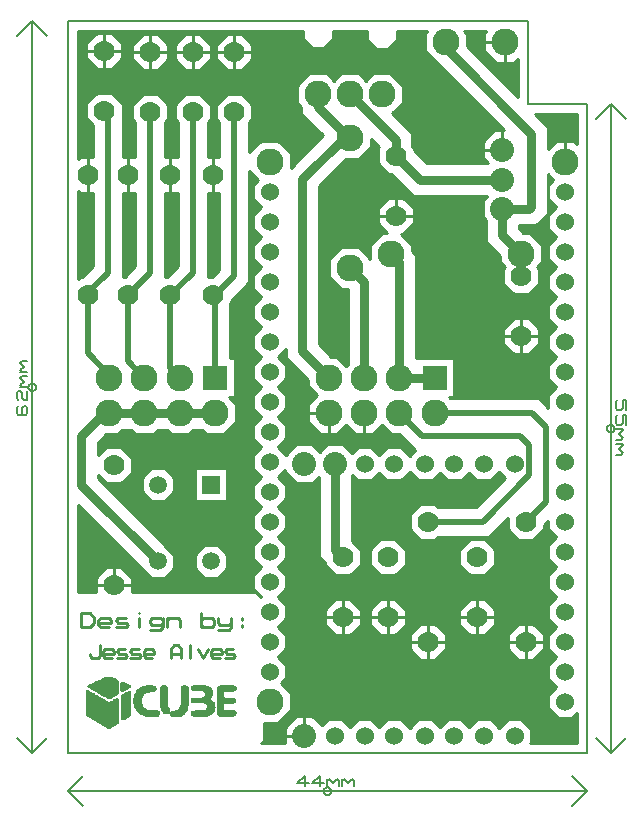
<source format=gbr>
G04 PROTEUS GERBER X2 FILE*
%TF.GenerationSoftware,Labcenter,Proteus,8.12-SP0-Build30713*%
%TF.CreationDate,2023-07-17T11:58:22+00:00*%
%TF.FileFunction,Copper,L1,Top*%
%TF.FilePolarity,Positive*%
%TF.Part,Single*%
%TF.SameCoordinates,{929d0d33-b1dc-492e-9cfe-804fc5f4831e}*%
%FSLAX45Y45*%
%MOMM*%
G01*
%TA.AperFunction,Conductor*%
%ADD10C,0.508000*%
%ADD11C,0.762000*%
%ADD12C,0.254000*%
%TA.AperFunction,ComponentPad*%
%ADD13C,2.286000*%
%ADD14C,1.524000*%
%TA.AperFunction,ComponentPad*%
%ADD15R,2.032000X2.032000*%
%TA.AperFunction,ComponentPad*%
%ADD16C,2.032000*%
%TA.AperFunction,ComponentPad*%
%ADD17C,1.778000*%
%TA.AperFunction,ComponentPad*%
%ADD18R,1.500000X1.500000*%
%ADD19C,1.500000*%
%TA.AperFunction,NonConductor*%
%ADD70C,0.254000*%
%ADD71C,0.063500*%
%TA.AperFunction,Profile*%
%ADD20C,0.203200*%
%TA.AperFunction,NonMaterial*%
%ADD21C,0.203200*%
%TD.AperFunction*%
G36*
X+3022201Y+6093647D02*
X+3022201Y+5946353D01*
X+3126353Y+5842201D01*
X+3131849Y+5842201D01*
X+3698951Y+5275099D01*
X+3611614Y+5275099D01*
X+3514901Y+5178386D01*
X+3514901Y+5041614D01*
X+3559816Y+4996699D01*
X+3040865Y+4996699D01*
X+2932399Y+5105165D01*
X+2932399Y+5123126D01*
X+2919699Y+5135826D01*
X+2919699Y+5247865D01*
X+2749505Y+5418059D01*
X+2837799Y+5506353D01*
X+2837799Y+5653647D01*
X+2733647Y+5757799D01*
X+2586353Y+5757799D01*
X+2525000Y+5696446D01*
X+2463647Y+5757799D01*
X+2316353Y+5757799D01*
X+2255000Y+5696446D01*
X+2193647Y+5757799D01*
X+2046353Y+5757799D01*
X+1942201Y+5653647D01*
X+1942201Y+5506353D01*
X+1980301Y+5468253D01*
X+1980301Y+5412135D01*
X+2161224Y+5231212D01*
X+1887799Y+4957787D01*
X+1887799Y+5083647D01*
X+1783647Y+5187799D01*
X+1636353Y+5187799D01*
X+1536999Y+5088445D01*
X+1536999Y+5341474D01*
X+1562399Y+5366874D01*
X+1562399Y+5493126D01*
X+1473126Y+5582399D01*
X+1346874Y+5582399D01*
X+1257601Y+5493126D01*
X+1257601Y+5366874D01*
X+1283001Y+5341474D01*
X+1283001Y+5048399D01*
X+1186999Y+5048399D01*
X+1186999Y+5341474D01*
X+1212399Y+5366874D01*
X+1212399Y+5493126D01*
X+1123126Y+5582399D01*
X+996874Y+5582399D01*
X+907601Y+5493126D01*
X+907601Y+5366874D01*
X+933001Y+5341474D01*
X+933001Y+5048399D01*
X+826999Y+5048399D01*
X+826999Y+5341474D01*
X+852399Y+5366874D01*
X+852399Y+5493126D01*
X+763126Y+5582399D01*
X+636874Y+5582399D01*
X+547601Y+5493126D01*
X+547601Y+5366874D01*
X+573001Y+5341474D01*
X+573001Y+5048399D01*
X+466999Y+5048399D01*
X+466999Y+5492603D01*
X+462399Y+5497203D01*
X+462399Y+5503126D01*
X+373126Y+5592399D01*
X+246874Y+5592399D01*
X+157601Y+5503126D01*
X+157601Y+5376874D01*
X+213001Y+5321474D01*
X+213001Y+5048399D01*
X+106874Y+5048399D01*
X+86359Y+5027884D01*
X+86359Y+6113640D01*
X+1993801Y+6113640D01*
X+1993801Y+6047727D01*
X+2067727Y+5973801D01*
X+2172273Y+5973801D01*
X+2246199Y+6047727D01*
X+2246199Y+6113640D01*
X+2533801Y+6113640D01*
X+2533801Y+6037727D01*
X+2607727Y+5963801D01*
X+2712273Y+5963801D01*
X+2786199Y+6037727D01*
X+2786199Y+6113640D01*
X+3042194Y+6113640D01*
X+3022201Y+6093647D01*
G37*
%LPC*%
G36*
X+462399Y+5884874D02*
X+462399Y+6011126D01*
X+373126Y+6100399D01*
X+246874Y+6100399D01*
X+157601Y+6011126D01*
X+157601Y+5884874D01*
X+246874Y+5795601D01*
X+373126Y+5795601D01*
X+462399Y+5884874D01*
G37*
G36*
X+852399Y+5874874D02*
X+852399Y+6001126D01*
X+763126Y+6090399D01*
X+636874Y+6090399D01*
X+547601Y+6001126D01*
X+547601Y+5874874D01*
X+636874Y+5785601D01*
X+763126Y+5785601D01*
X+852399Y+5874874D01*
G37*
G36*
X+1212399Y+5874874D02*
X+1212399Y+6001126D01*
X+1123126Y+6090399D01*
X+996874Y+6090399D01*
X+907601Y+6001126D01*
X+907601Y+5874874D01*
X+996874Y+5785601D01*
X+1123126Y+5785601D01*
X+1212399Y+5874874D01*
G37*
G36*
X+1562399Y+5874874D02*
X+1562399Y+6001126D01*
X+1473126Y+6090399D01*
X+1346874Y+6090399D01*
X+1257601Y+6001126D01*
X+1257601Y+5874874D01*
X+1346874Y+5785601D01*
X+1473126Y+5785601D01*
X+1562399Y+5874874D01*
G37*
%LPD*%
G36*
X+3522201Y+6093647D02*
X+3522201Y+5946353D01*
X+3626353Y+5842201D01*
X+3773647Y+5842201D01*
X+3813640Y+5882194D01*
X+3813640Y+5555538D01*
X+3377799Y+5991379D01*
X+3377799Y+6093647D01*
X+3357806Y+6113640D01*
X+3542194Y+6113640D01*
X+3522201Y+6093647D01*
G37*
G36*
X+4313640Y+5157806D02*
X+4283647Y+5187799D01*
X+4136353Y+5187799D01*
X+4066586Y+5118032D01*
X+4066586Y+5302592D01*
X+3955538Y+5413640D01*
X+4313640Y+5413640D01*
X+4313640Y+5157806D01*
G37*
G36*
X+106874Y+4743601D02*
X+213001Y+4743601D01*
X+213001Y+4122603D01*
X+122797Y+4032399D01*
X+106874Y+4032399D01*
X+86359Y+4011884D01*
X+86359Y+4764116D01*
X+106874Y+4743601D01*
G37*
G36*
X+1612495Y+4856059D02*
X+1570301Y+4813865D01*
X+1570301Y+4698135D01*
X+1639436Y+4629000D01*
X+1570301Y+4559865D01*
X+1570301Y+4444135D01*
X+1639436Y+4375000D01*
X+1570301Y+4305865D01*
X+1570301Y+4190135D01*
X+1639436Y+4121000D01*
X+1570301Y+4051865D01*
X+1570301Y+3936135D01*
X+1639436Y+3867000D01*
X+1570301Y+3797865D01*
X+1570301Y+3682135D01*
X+1639436Y+3613000D01*
X+1570301Y+3543865D01*
X+1570301Y+3428135D01*
X+1639436Y+3359000D01*
X+1570301Y+3289865D01*
X+1570301Y+3174135D01*
X+1639436Y+3105000D01*
X+1570301Y+3035865D01*
X+1570301Y+2920135D01*
X+1639436Y+2851000D01*
X+1570301Y+2781865D01*
X+1570301Y+2666135D01*
X+1639436Y+2597000D01*
X+1570301Y+2527865D01*
X+1570301Y+2412135D01*
X+1639436Y+2343000D01*
X+1570301Y+2273865D01*
X+1570301Y+2158135D01*
X+1639436Y+2089000D01*
X+1570301Y+2019865D01*
X+1570301Y+1904135D01*
X+1639436Y+1835000D01*
X+1570301Y+1765865D01*
X+1570301Y+1650135D01*
X+1639436Y+1581000D01*
X+1570301Y+1511865D01*
X+1570301Y+1396135D01*
X+1639436Y+1327000D01*
X+1638442Y+1326006D01*
X+1599471Y+1364813D01*
X+542399Y+1362592D01*
X+542399Y+1487126D01*
X+453126Y+1576399D01*
X+326874Y+1576399D01*
X+237601Y+1487126D01*
X+237601Y+1361952D01*
X+86359Y+1361634D01*
X+86359Y+2106077D01*
X+707135Y+1485301D01*
X+822865Y+1485301D01*
X+904699Y+1567135D01*
X+904699Y+1682865D01*
X+257154Y+2330410D01*
X+257154Y+2357321D01*
X+326874Y+2287601D01*
X+453126Y+2287601D01*
X+542399Y+2376874D01*
X+542399Y+2503126D01*
X+453126Y+2592399D01*
X+326874Y+2592399D01*
X+257154Y+2522679D01*
X+257154Y+2630521D01*
X+328834Y+2702201D01*
X+423647Y+2702201D01*
X+461747Y+2740301D01*
X+538253Y+2740301D01*
X+576353Y+2702201D01*
X+723647Y+2702201D01*
X+761747Y+2740301D01*
X+838253Y+2740301D01*
X+876353Y+2702201D01*
X+1023647Y+2702201D01*
X+1061747Y+2740301D01*
X+1138253Y+2740301D01*
X+1176353Y+2702201D01*
X+1323647Y+2702201D01*
X+1427799Y+2806353D01*
X+1427799Y+2953647D01*
X+1366545Y+3014901D01*
X+1415099Y+3014901D01*
X+1415099Y+3345099D01*
X+1376999Y+3345099D01*
X+1376999Y+3811474D01*
X+1382399Y+3816874D01*
X+1382399Y+3832797D01*
X+1536999Y+3987397D01*
X+1536999Y+4931555D01*
X+1612495Y+4856059D01*
G37*
%LPC*%
G36*
X+1076501Y+2413499D02*
X+1076501Y+2136501D01*
X+1353499Y+2136501D01*
X+1353499Y+2413499D01*
X+1076501Y+2413499D01*
G37*
G36*
X+1076501Y+1682368D02*
X+1076501Y+1567632D01*
X+1157632Y+1486501D01*
X+1272368Y+1486501D01*
X+1353499Y+1567632D01*
X+1353499Y+1682368D01*
X+1272368Y+1763499D01*
X+1157632Y+1763499D01*
X+1076501Y+1682368D01*
G37*
G36*
X+626501Y+2332368D02*
X+626501Y+2217632D01*
X+707632Y+2136501D01*
X+822368Y+2136501D01*
X+903499Y+2217632D01*
X+903499Y+2332368D01*
X+822368Y+2413499D01*
X+707632Y+2413499D01*
X+626501Y+2332368D01*
G37*
%LPD*%
G36*
X+1840301Y+2381614D02*
X+1937014Y+2284901D01*
X+2073786Y+2284901D01*
X+2125701Y+2336816D01*
X+2125701Y+1666735D01*
X+2177601Y+1614835D01*
X+2177601Y+1596874D01*
X+2266874Y+1507601D01*
X+2393126Y+1507601D01*
X+2482399Y+1596874D01*
X+2482399Y+1723126D01*
X+2405099Y+1800426D01*
X+2405099Y+2356214D01*
X+2408360Y+2359476D01*
X+2457535Y+2310301D01*
X+2573265Y+2310301D01*
X+2640400Y+2377436D01*
X+2707535Y+2310301D01*
X+2823265Y+2310301D01*
X+2895400Y+2382436D01*
X+2967535Y+2310301D01*
X+3083265Y+2310301D01*
X+3150400Y+2377436D01*
X+3217535Y+2310301D01*
X+3333265Y+2310301D01*
X+3400400Y+2377436D01*
X+3467535Y+2310301D01*
X+3583265Y+2310301D01*
X+3655400Y+2382436D01*
X+3706140Y+2331696D01*
X+3461443Y+2086999D01*
X+3138526Y+2086999D01*
X+3113126Y+2112399D01*
X+2986874Y+2112399D01*
X+2897601Y+2023126D01*
X+2897601Y+1896874D01*
X+2986874Y+1807601D01*
X+3113126Y+1807601D01*
X+3138526Y+1833001D01*
X+3566649Y+1833001D01*
X+3727601Y+1993953D01*
X+3727601Y+1896874D01*
X+3816874Y+1807601D01*
X+3943126Y+1807601D01*
X+4032399Y+1896874D01*
X+4032399Y+1932797D01*
X+4070301Y+1970699D01*
X+4070301Y+1904135D01*
X+4139436Y+1835000D01*
X+4070301Y+1765865D01*
X+4070301Y+1650135D01*
X+4139436Y+1581000D01*
X+4070301Y+1511865D01*
X+4070301Y+1396135D01*
X+4139436Y+1327000D01*
X+4070301Y+1257865D01*
X+4070301Y+1142135D01*
X+4139436Y+1073000D01*
X+4070301Y+1003865D01*
X+4070301Y+888135D01*
X+4139436Y+819000D01*
X+4070301Y+749865D01*
X+4070301Y+634135D01*
X+4139436Y+565000D01*
X+4070301Y+495865D01*
X+4070301Y+380135D01*
X+4152135Y+298301D01*
X+4267865Y+298301D01*
X+4313640Y+344076D01*
X+4313640Y+86360D01*
X+3919324Y+86360D01*
X+3925099Y+92135D01*
X+3925099Y+207865D01*
X+3843265Y+289699D01*
X+3727535Y+289699D01*
X+3655400Y+217564D01*
X+3583265Y+289699D01*
X+3467535Y+289699D01*
X+3400400Y+222564D01*
X+3333265Y+289699D01*
X+3217535Y+289699D01*
X+3150400Y+222564D01*
X+3083265Y+289699D01*
X+2967535Y+289699D01*
X+2895400Y+217564D01*
X+2823265Y+289699D01*
X+2707535Y+289699D01*
X+2640400Y+222564D01*
X+2573265Y+289699D01*
X+2457535Y+289699D01*
X+2390400Y+222564D01*
X+2323265Y+289699D01*
X+2207535Y+289699D01*
X+2153360Y+235524D01*
X+2073786Y+315099D01*
X+1937014Y+315099D01*
X+1840301Y+218386D01*
X+1840301Y+86360D01*
X+1640026Y+86360D01*
X+1661689Y+108069D01*
X+1661361Y+260201D01*
X+1783647Y+260201D01*
X+1887799Y+364353D01*
X+1887799Y+511647D01*
X+1807505Y+591941D01*
X+1849699Y+634135D01*
X+1849699Y+749865D01*
X+1780564Y+819000D01*
X+1849699Y+888135D01*
X+1849699Y+1003865D01*
X+1780564Y+1073000D01*
X+1849699Y+1142135D01*
X+1849699Y+1257865D01*
X+1780564Y+1327000D01*
X+1849699Y+1396135D01*
X+1849699Y+1511865D01*
X+1780564Y+1581000D01*
X+1849699Y+1650135D01*
X+1849699Y+1765865D01*
X+1780564Y+1835000D01*
X+1849699Y+1904135D01*
X+1849699Y+2019865D01*
X+1780564Y+2089000D01*
X+1849699Y+2158135D01*
X+1849699Y+2273865D01*
X+1780564Y+2343000D01*
X+1840301Y+2402737D01*
X+1840301Y+2381614D01*
G37*
%LPC*%
G36*
X+2177601Y+1215126D02*
X+2177601Y+1088874D01*
X+2266874Y+999601D01*
X+2393126Y+999601D01*
X+2482399Y+1088874D01*
X+2482399Y+1215126D01*
X+2393126Y+1304399D01*
X+2266874Y+1304399D01*
X+2177601Y+1215126D01*
G37*
G36*
X+3727601Y+1007126D02*
X+3727601Y+880874D01*
X+3816874Y+791601D01*
X+3943126Y+791601D01*
X+4032399Y+880874D01*
X+4032399Y+1007126D01*
X+3943126Y+1096399D01*
X+3816874Y+1096399D01*
X+3727601Y+1007126D01*
G37*
G36*
X+3317601Y+1723126D02*
X+3317601Y+1596874D01*
X+3406874Y+1507601D01*
X+3533126Y+1507601D01*
X+3622399Y+1596874D01*
X+3622399Y+1723126D01*
X+3533126Y+1812399D01*
X+3406874Y+1812399D01*
X+3317601Y+1723126D01*
G37*
G36*
X+3317601Y+1215126D02*
X+3317601Y+1088874D01*
X+3406874Y+999601D01*
X+3533126Y+999601D01*
X+3622399Y+1088874D01*
X+3622399Y+1215126D01*
X+3533126Y+1304399D01*
X+3406874Y+1304399D01*
X+3317601Y+1215126D01*
G37*
G36*
X+2897601Y+1007126D02*
X+2897601Y+880874D01*
X+2986874Y+791601D01*
X+3113126Y+791601D01*
X+3202399Y+880874D01*
X+3202399Y+1007126D01*
X+3113126Y+1096399D01*
X+2986874Y+1096399D01*
X+2897601Y+1007126D01*
G37*
G36*
X+2557601Y+1723126D02*
X+2557601Y+1596874D01*
X+2646874Y+1507601D01*
X+2773126Y+1507601D01*
X+2862399Y+1596874D01*
X+2862399Y+1723126D01*
X+2773126Y+1812399D01*
X+2646874Y+1812399D01*
X+2557601Y+1723126D01*
G37*
G36*
X+2557601Y+1215126D02*
X+2557601Y+1088874D01*
X+2646874Y+999601D01*
X+2773126Y+999601D01*
X+2862399Y+1088874D01*
X+2862399Y+1215126D01*
X+2773126Y+1304399D01*
X+2646874Y+1304399D01*
X+2557601Y+1215126D01*
G37*
%LPD*%
G36*
X+1283001Y+4092603D02*
X+1222797Y+4032399D01*
X+1186999Y+4032399D01*
X+1186999Y+4743601D01*
X+1283001Y+4743601D01*
X+1283001Y+4092603D01*
G37*
G36*
X+933001Y+4122603D02*
X+842797Y+4032399D01*
X+826999Y+4032399D01*
X+826999Y+4743601D01*
X+933001Y+4743601D01*
X+933001Y+4122603D01*
G37*
G36*
X+573001Y+4122603D02*
X+482797Y+4032399D01*
X+466999Y+4032399D01*
X+466999Y+4743601D01*
X+573001Y+4743601D01*
X+573001Y+4122603D01*
G37*
G36*
X+2638456Y+5133980D02*
X+2627601Y+5123126D01*
X+2627601Y+4996874D01*
X+2716874Y+4907601D01*
X+2734835Y+4907601D01*
X+2925135Y+4717301D01*
X+3553816Y+4717301D01*
X+3514901Y+4678386D01*
X+3514901Y+4541614D01*
X+3540301Y+4516214D01*
X+3540301Y+4332135D01*
X+3662201Y+4210235D01*
X+3662201Y+4156353D01*
X+3701514Y+4117040D01*
X+3687601Y+4103126D01*
X+3687601Y+3976874D01*
X+3776874Y+3887601D01*
X+3903126Y+3887601D01*
X+3992399Y+3976874D01*
X+3992399Y+4103126D01*
X+3978486Y+4117040D01*
X+4017799Y+4156353D01*
X+4017799Y+4303647D01*
X+3913647Y+4407799D01*
X+3859765Y+4407799D01*
X+3819699Y+4447865D01*
X+3819699Y+4470301D01*
X+3967866Y+4470301D01*
X+4066586Y+4569021D01*
X+4066586Y+4901968D01*
X+4112495Y+4856059D01*
X+4070301Y+4813865D01*
X+4070301Y+4698135D01*
X+4139436Y+4629000D01*
X+4070301Y+4559865D01*
X+4070301Y+4444135D01*
X+4139436Y+4375000D01*
X+4070301Y+4305865D01*
X+4070301Y+4190135D01*
X+4139436Y+4121000D01*
X+4070301Y+4051865D01*
X+4070301Y+3936135D01*
X+4139436Y+3867000D01*
X+4070301Y+3797865D01*
X+4070301Y+3682135D01*
X+4139436Y+3613000D01*
X+4070301Y+3543865D01*
X+4070301Y+3428135D01*
X+4139436Y+3359000D01*
X+4070301Y+3289865D01*
X+4070301Y+3174135D01*
X+4139436Y+3105000D01*
X+4070301Y+3035865D01*
X+4070301Y+2924552D01*
X+3987854Y+3006999D01*
X+3234447Y+3006999D01*
X+3226545Y+3014901D01*
X+3275099Y+3014901D01*
X+3275099Y+3345099D01*
X+2949699Y+3345099D01*
X+2949699Y+4217865D01*
X+2917799Y+4249765D01*
X+2917799Y+4303647D01*
X+2821845Y+4399601D01*
X+2843126Y+4399601D01*
X+2932399Y+4488874D01*
X+2932399Y+4615126D01*
X+2843126Y+4704399D01*
X+2716874Y+4704399D01*
X+2627601Y+4615126D01*
X+2627601Y+4488874D01*
X+2708676Y+4407799D01*
X+2666353Y+4407799D01*
X+2562201Y+4303647D01*
X+2562201Y+4189245D01*
X+2463647Y+4287799D01*
X+2316353Y+4287799D01*
X+2212201Y+4183647D01*
X+2212201Y+4036353D01*
X+2316353Y+3932201D01*
X+2370235Y+3932201D01*
X+2370301Y+3932135D01*
X+2370301Y+3291747D01*
X+2360000Y+3281446D01*
X+2283647Y+3357799D01*
X+2229765Y+3357799D01*
X+2125827Y+3461737D01*
X+2125827Y+4800687D01*
X+2357341Y+5032201D01*
X+2463647Y+5032201D01*
X+2567799Y+5136353D01*
X+2567799Y+5204637D01*
X+2638456Y+5133980D01*
G37*
%LPC*%
G36*
X+3687601Y+3595126D02*
X+3687601Y+3468874D01*
X+3776874Y+3379601D01*
X+3903126Y+3379601D01*
X+3992399Y+3468874D01*
X+3992399Y+3595126D01*
X+3903126Y+3684399D01*
X+3776874Y+3684399D01*
X+3687601Y+3595126D01*
G37*
%LPD*%
G36*
X+1846429Y+3403872D02*
X+1846429Y+3346007D01*
X+2032201Y+3160235D01*
X+2032201Y+3106353D01*
X+2108554Y+3030000D01*
X+2032201Y+2953647D01*
X+2032201Y+2806353D01*
X+2136353Y+2702201D01*
X+2283647Y+2702201D01*
X+2360000Y+2778554D01*
X+2436353Y+2702201D01*
X+2583647Y+2702201D01*
X+2660000Y+2778554D01*
X+2736353Y+2702201D01*
X+2808197Y+2702201D01*
X+2944117Y+2566281D01*
X+2895400Y+2517564D01*
X+2823265Y+2589699D01*
X+2707535Y+2589699D01*
X+2640400Y+2522564D01*
X+2573265Y+2589699D01*
X+2457535Y+2589699D01*
X+2408360Y+2540524D01*
X+2333786Y+2615099D01*
X+2197014Y+2615099D01*
X+2135400Y+2553485D01*
X+2073786Y+2615099D01*
X+1937014Y+2615099D01*
X+1849699Y+2527784D01*
X+1849699Y+2527865D01*
X+1780564Y+2597000D01*
X+1849699Y+2666135D01*
X+1849699Y+2781865D01*
X+1780564Y+2851000D01*
X+1849699Y+2920135D01*
X+1849699Y+3035865D01*
X+1780564Y+3105000D01*
X+1849699Y+3174135D01*
X+1849699Y+3289865D01*
X+1780564Y+3359000D01*
X+1846429Y+3424865D01*
X+1846429Y+3403872D01*
G37*
D10*
X+650000Y+3180000D02*
X+510000Y+3320000D01*
X+510000Y+3880000D01*
X+950000Y+3180000D02*
X+870000Y+3260000D01*
X+870000Y+3880000D01*
X+1250000Y+3180000D02*
X+1250000Y+3860000D01*
X+1230000Y+3880000D01*
D11*
X+2510000Y+3180000D02*
X+2510000Y+3990000D01*
X+2390000Y+4110000D01*
X+2380000Y+5210000D02*
X+2120000Y+5470000D01*
X+2120000Y+5590000D01*
X+2120000Y+5580000D01*
X+2210000Y+3180000D02*
X+1986128Y+3403872D01*
X+1986128Y+4858552D01*
X+2337576Y+5210000D01*
X+2380000Y+5210000D01*
X+2390000Y+5210000D01*
X+2390000Y+5580000D02*
X+2780000Y+5190000D01*
X+2780000Y+5060000D01*
X+2983000Y+4857000D01*
X+3680000Y+4857000D01*
X+3680000Y+4610000D02*
X+3680000Y+4390000D01*
X+3840000Y+4230000D01*
X+2740000Y+4230000D02*
X+2810000Y+4160000D01*
X+2810000Y+3180000D01*
X+3110000Y+3180000D02*
X+2810000Y+3180000D01*
X+765000Y+1625000D02*
X+117455Y+2272545D01*
X+117455Y+2688386D01*
X+309069Y+2880000D01*
X+350000Y+2880000D01*
X+650000Y+2880000D01*
X+835700Y+2880000D01*
X+950000Y+2880000D01*
X+1250000Y+2880000D01*
D10*
X+700000Y+5430000D02*
X+700000Y+4070000D01*
X+510000Y+3880000D01*
X+1060000Y+5430000D02*
X+1060000Y+4070000D01*
X+870000Y+3880000D01*
X+1410000Y+5430000D02*
X+1410000Y+4040000D01*
X+1250000Y+3880000D01*
X+1230000Y+3880000D01*
X+350000Y+3180000D02*
X+380000Y+3180000D01*
X+170000Y+3390000D01*
X+170000Y+3880000D01*
X+310000Y+5440000D02*
X+340000Y+5440000D01*
X+340000Y+4070000D01*
X+150000Y+3880000D01*
X+170000Y+3880000D01*
D11*
X+3680000Y+4610000D02*
X+3910001Y+4610000D01*
X+3926887Y+4626886D01*
X+3926887Y+5244727D01*
X+3200000Y+5971614D01*
X+3200000Y+6020000D01*
D10*
X+3110000Y+2880000D02*
X+3935251Y+2880000D01*
X+4050000Y+2765251D01*
X+4050000Y+2130000D01*
X+3880000Y+1960000D01*
D11*
X+2330000Y+1660000D02*
X+2265400Y+1724600D01*
X+2265400Y+2450000D01*
D10*
X+2810000Y+2880000D02*
X+3000444Y+2689556D01*
X+3834573Y+2689556D01*
X+3910000Y+2614129D01*
X+3910000Y+2355954D01*
X+3514046Y+1960000D01*
X+3050000Y+1960000D01*
D12*
X+3022201Y+6093647D02*
X+3022201Y+5946353D01*
X+3126353Y+5842201D01*
X+3131849Y+5842201D01*
X+3698951Y+5275099D01*
X+3611614Y+5275099D01*
X+3514901Y+5178386D01*
X+3514901Y+5041614D01*
X+3559816Y+4996699D01*
X+3040865Y+4996699D01*
X+2932399Y+5105165D01*
X+2932399Y+5123126D01*
X+2919699Y+5135826D01*
X+2919699Y+5247865D01*
X+2749505Y+5418059D01*
X+2837799Y+5506353D01*
X+2837799Y+5653647D01*
X+2733647Y+5757799D01*
X+2586353Y+5757799D01*
X+2525000Y+5696446D01*
X+2463647Y+5757799D01*
X+2316353Y+5757799D01*
X+2255000Y+5696446D01*
X+2193647Y+5757799D01*
X+2046353Y+5757799D01*
X+1942201Y+5653647D01*
X+1942201Y+5506353D01*
X+1980301Y+5468253D01*
X+1980301Y+5412135D01*
X+2161224Y+5231212D01*
X+1887799Y+4957787D01*
X+1887799Y+5083647D01*
X+1783647Y+5187799D01*
X+1636353Y+5187799D01*
X+1536999Y+5088445D01*
X+1536999Y+5341474D01*
X+1562399Y+5366874D01*
X+1562399Y+5493126D01*
X+1473126Y+5582399D01*
X+1346874Y+5582399D01*
X+1257601Y+5493126D01*
X+1257601Y+5366874D01*
X+1283001Y+5341474D01*
X+1283001Y+5048399D01*
X+1186999Y+5048399D01*
X+1186999Y+5341474D01*
X+1212399Y+5366874D01*
X+1212399Y+5493126D01*
X+1123126Y+5582399D01*
X+996874Y+5582399D01*
X+907601Y+5493126D01*
X+907601Y+5366874D01*
X+933001Y+5341474D01*
X+933001Y+5048399D01*
X+826999Y+5048399D01*
X+826999Y+5341474D01*
X+852399Y+5366874D01*
X+852399Y+5493126D01*
X+763126Y+5582399D01*
X+636874Y+5582399D01*
X+547601Y+5493126D01*
X+547601Y+5366874D01*
X+573001Y+5341474D01*
X+573001Y+5048399D01*
X+466999Y+5048399D01*
X+466999Y+5492603D01*
X+462399Y+5497203D01*
X+462399Y+5503126D01*
X+373126Y+5592399D01*
X+246874Y+5592399D01*
X+157601Y+5503126D01*
X+157601Y+5376874D01*
X+213001Y+5321474D01*
X+213001Y+5048399D01*
X+106874Y+5048399D01*
X+86359Y+5027884D01*
X+86359Y+6113640D01*
X+1993801Y+6113640D01*
X+1993801Y+6047727D01*
X+2067727Y+5973801D01*
X+2172273Y+5973801D01*
X+2246199Y+6047727D01*
X+2246199Y+6113640D01*
X+2533801Y+6113640D01*
X+2533801Y+6037727D01*
X+2607727Y+5963801D01*
X+2712273Y+5963801D01*
X+2786199Y+6037727D01*
X+2786199Y+6113640D01*
X+3042194Y+6113640D01*
X+3022201Y+6093647D01*
X+462399Y+5884874D02*
X+462399Y+6011126D01*
X+373126Y+6100399D01*
X+246874Y+6100399D01*
X+157601Y+6011126D01*
X+157601Y+5884874D01*
X+246874Y+5795601D01*
X+373126Y+5795601D01*
X+462399Y+5884874D01*
X+852399Y+5874874D02*
X+852399Y+6001126D01*
X+763126Y+6090399D01*
X+636874Y+6090399D01*
X+547601Y+6001126D01*
X+547601Y+5874874D01*
X+636874Y+5785601D01*
X+763126Y+5785601D01*
X+852399Y+5874874D01*
X+1212399Y+5874874D02*
X+1212399Y+6001126D01*
X+1123126Y+6090399D01*
X+996874Y+6090399D01*
X+907601Y+6001126D01*
X+907601Y+5874874D01*
X+996874Y+5785601D01*
X+1123126Y+5785601D01*
X+1212399Y+5874874D01*
X+1562399Y+5874874D02*
X+1562399Y+6001126D01*
X+1473126Y+6090399D01*
X+1346874Y+6090399D01*
X+1257601Y+6001126D01*
X+1257601Y+5874874D01*
X+1346874Y+5785601D01*
X+1473126Y+5785601D01*
X+1562399Y+5874874D01*
X+3522201Y+6093647D02*
X+3522201Y+5946353D01*
X+3626353Y+5842201D01*
X+3773647Y+5842201D01*
X+3813640Y+5882194D01*
X+3813640Y+5555538D01*
X+3377799Y+5991379D01*
X+3377799Y+6093647D01*
X+3357806Y+6113640D01*
X+3542194Y+6113640D01*
X+3522201Y+6093647D01*
X+4313640Y+5157806D02*
X+4283647Y+5187799D01*
X+4136353Y+5187799D01*
X+4066586Y+5118032D01*
X+4066586Y+5302592D01*
X+3955538Y+5413640D01*
X+4313640Y+5413640D01*
X+4313640Y+5157806D01*
X+106874Y+4743601D02*
X+213001Y+4743601D01*
X+213001Y+4122603D01*
X+122797Y+4032399D01*
X+106874Y+4032399D01*
X+86359Y+4011884D01*
X+86359Y+4764116D01*
X+106874Y+4743601D01*
X+1612495Y+4856059D02*
X+1570301Y+4813865D01*
X+1570301Y+4698135D01*
X+1639436Y+4629000D01*
X+1570301Y+4559865D01*
X+1570301Y+4444135D01*
X+1639436Y+4375000D01*
X+1570301Y+4305865D01*
X+1570301Y+4190135D01*
X+1639436Y+4121000D01*
X+1570301Y+4051865D01*
X+1570301Y+3936135D01*
X+1639436Y+3867000D01*
X+1570301Y+3797865D01*
X+1570301Y+3682135D01*
X+1639436Y+3613000D01*
X+1570301Y+3543865D01*
X+1570301Y+3428135D01*
X+1639436Y+3359000D01*
X+1570301Y+3289865D01*
X+1570301Y+3174135D01*
X+1639436Y+3105000D01*
X+1570301Y+3035865D01*
X+1570301Y+2920135D01*
X+1639436Y+2851000D01*
X+1570301Y+2781865D01*
X+1570301Y+2666135D01*
X+1639436Y+2597000D01*
X+1570301Y+2527865D01*
X+1570301Y+2412135D01*
X+1639436Y+2343000D01*
X+1570301Y+2273865D01*
X+1570301Y+2158135D01*
X+1639436Y+2089000D01*
X+1570301Y+2019865D01*
X+1570301Y+1904135D01*
X+1639436Y+1835000D01*
X+1570301Y+1765865D01*
X+1570301Y+1650135D01*
X+1639436Y+1581000D01*
X+1570301Y+1511865D01*
X+1570301Y+1396135D01*
X+1639436Y+1327000D01*
X+1638442Y+1326006D01*
X+1599471Y+1364813D01*
X+542399Y+1362592D01*
X+542399Y+1487126D01*
X+453126Y+1576399D01*
X+326874Y+1576399D01*
X+237601Y+1487126D01*
X+237601Y+1361952D01*
X+86359Y+1361634D01*
X+86359Y+2106077D01*
X+707135Y+1485301D01*
X+822865Y+1485301D01*
X+904699Y+1567135D01*
X+904699Y+1682865D01*
X+257154Y+2330410D01*
X+257154Y+2357321D01*
X+326874Y+2287601D01*
X+453126Y+2287601D01*
X+542399Y+2376874D01*
X+542399Y+2503126D01*
X+453126Y+2592399D01*
X+326874Y+2592399D01*
X+257154Y+2522679D01*
X+257154Y+2630521D01*
X+328834Y+2702201D01*
X+423647Y+2702201D01*
X+461747Y+2740301D01*
X+538253Y+2740301D01*
X+576353Y+2702201D01*
X+723647Y+2702201D01*
X+761747Y+2740301D01*
X+838253Y+2740301D01*
X+876353Y+2702201D01*
X+1023647Y+2702201D01*
X+1061747Y+2740301D01*
X+1138253Y+2740301D01*
X+1176353Y+2702201D01*
X+1323647Y+2702201D01*
X+1427799Y+2806353D01*
X+1427799Y+2953647D01*
X+1366545Y+3014901D01*
X+1415099Y+3014901D01*
X+1415099Y+3345099D01*
X+1376999Y+3345099D01*
X+1376999Y+3811474D01*
X+1382399Y+3816874D01*
X+1382399Y+3832797D01*
X+1536999Y+3987397D01*
X+1536999Y+4931555D01*
X+1612495Y+4856059D01*
X+1076501Y+2413499D02*
X+1076501Y+2136501D01*
X+1353499Y+2136501D01*
X+1353499Y+2413499D01*
X+1076501Y+2413499D01*
X+1076501Y+1682368D02*
X+1076501Y+1567632D01*
X+1157632Y+1486501D01*
X+1272368Y+1486501D01*
X+1353499Y+1567632D01*
X+1353499Y+1682368D01*
X+1272368Y+1763499D01*
X+1157632Y+1763499D01*
X+1076501Y+1682368D01*
X+626501Y+2332368D02*
X+626501Y+2217632D01*
X+707632Y+2136501D01*
X+822368Y+2136501D01*
X+903499Y+2217632D01*
X+903499Y+2332368D01*
X+822368Y+2413499D01*
X+707632Y+2413499D01*
X+626501Y+2332368D01*
X+1840301Y+2381614D02*
X+1937014Y+2284901D01*
X+2073786Y+2284901D01*
X+2125701Y+2336816D01*
X+2125701Y+1666735D01*
X+2177601Y+1614835D01*
X+2177601Y+1596874D01*
X+2266874Y+1507601D01*
X+2393126Y+1507601D01*
X+2482399Y+1596874D01*
X+2482399Y+1723126D01*
X+2405099Y+1800426D01*
X+2405099Y+2356214D01*
X+2408360Y+2359476D01*
X+2457535Y+2310301D01*
X+2573265Y+2310301D01*
X+2640400Y+2377436D01*
X+2707535Y+2310301D01*
X+2823265Y+2310301D01*
X+2895400Y+2382436D01*
X+2967535Y+2310301D01*
X+3083265Y+2310301D01*
X+3150400Y+2377436D01*
X+3217535Y+2310301D01*
X+3333265Y+2310301D01*
X+3400400Y+2377436D01*
X+3467535Y+2310301D01*
X+3583265Y+2310301D01*
X+3655400Y+2382436D01*
X+3706140Y+2331696D01*
X+3461443Y+2086999D01*
X+3138526Y+2086999D01*
X+3113126Y+2112399D01*
X+2986874Y+2112399D01*
X+2897601Y+2023126D01*
X+2897601Y+1896874D01*
X+2986874Y+1807601D01*
X+3113126Y+1807601D01*
X+3138526Y+1833001D01*
X+3566649Y+1833001D01*
X+3727601Y+1993953D01*
X+3727601Y+1896874D01*
X+3816874Y+1807601D01*
X+3943126Y+1807601D01*
X+4032399Y+1896874D01*
X+4032399Y+1932797D01*
X+4070301Y+1970699D01*
X+4070301Y+1904135D01*
X+4139436Y+1835000D01*
X+4070301Y+1765865D01*
X+4070301Y+1650135D01*
X+4139436Y+1581000D01*
X+4070301Y+1511865D01*
X+4070301Y+1396135D01*
X+4139436Y+1327000D01*
X+4070301Y+1257865D01*
X+4070301Y+1142135D01*
X+4139436Y+1073000D01*
X+4070301Y+1003865D01*
X+4070301Y+888135D01*
X+4139436Y+819000D01*
X+4070301Y+749865D01*
X+4070301Y+634135D01*
X+4139436Y+565000D01*
X+4070301Y+495865D01*
X+4070301Y+380135D01*
X+4152135Y+298301D01*
X+4267865Y+298301D01*
X+4313640Y+344076D01*
X+4313640Y+86360D01*
X+3919324Y+86360D01*
X+3925099Y+92135D01*
X+3925099Y+207865D01*
X+3843265Y+289699D01*
X+3727535Y+289699D01*
X+3655400Y+217564D01*
X+3583265Y+289699D01*
X+3467535Y+289699D01*
X+3400400Y+222564D01*
X+3333265Y+289699D01*
X+3217535Y+289699D01*
X+3150400Y+222564D01*
X+3083265Y+289699D01*
X+2967535Y+289699D01*
X+2895400Y+217564D01*
X+2823265Y+289699D01*
X+2707535Y+289699D01*
X+2640400Y+222564D01*
X+2573265Y+289699D01*
X+2457535Y+289699D01*
X+2390400Y+222564D01*
X+2323265Y+289699D01*
X+2207535Y+289699D01*
X+2153360Y+235524D01*
X+2073786Y+315099D01*
X+1937014Y+315099D01*
X+1840301Y+218386D01*
X+1840301Y+86360D01*
X+1640026Y+86360D01*
X+1661689Y+108069D01*
X+1661361Y+260201D01*
X+1783647Y+260201D01*
X+1887799Y+364353D01*
X+1887799Y+511647D01*
X+1807505Y+591941D01*
X+1849699Y+634135D01*
X+1849699Y+749865D01*
X+1780564Y+819000D01*
X+1849699Y+888135D01*
X+1849699Y+1003865D01*
X+1780564Y+1073000D01*
X+1849699Y+1142135D01*
X+1849699Y+1257865D01*
X+1780564Y+1327000D01*
X+1849699Y+1396135D01*
X+1849699Y+1511865D01*
X+1780564Y+1581000D01*
X+1849699Y+1650135D01*
X+1849699Y+1765865D01*
X+1780564Y+1835000D01*
X+1849699Y+1904135D01*
X+1849699Y+2019865D01*
X+1780564Y+2089000D01*
X+1849699Y+2158135D01*
X+1849699Y+2273865D01*
X+1780564Y+2343000D01*
X+1840301Y+2402737D01*
X+1840301Y+2381614D01*
X+2177601Y+1215126D02*
X+2177601Y+1088874D01*
X+2266874Y+999601D01*
X+2393126Y+999601D01*
X+2482399Y+1088874D01*
X+2482399Y+1215126D01*
X+2393126Y+1304399D01*
X+2266874Y+1304399D01*
X+2177601Y+1215126D01*
X+3727601Y+1007126D02*
X+3727601Y+880874D01*
X+3816874Y+791601D01*
X+3943126Y+791601D01*
X+4032399Y+880874D01*
X+4032399Y+1007126D01*
X+3943126Y+1096399D01*
X+3816874Y+1096399D01*
X+3727601Y+1007126D01*
X+3317601Y+1723126D02*
X+3317601Y+1596874D01*
X+3406874Y+1507601D01*
X+3533126Y+1507601D01*
X+3622399Y+1596874D01*
X+3622399Y+1723126D01*
X+3533126Y+1812399D01*
X+3406874Y+1812399D01*
X+3317601Y+1723126D01*
X+3317601Y+1215126D02*
X+3317601Y+1088874D01*
X+3406874Y+999601D01*
X+3533126Y+999601D01*
X+3622399Y+1088874D01*
X+3622399Y+1215126D01*
X+3533126Y+1304399D01*
X+3406874Y+1304399D01*
X+3317601Y+1215126D01*
X+2897601Y+1007126D02*
X+2897601Y+880874D01*
X+2986874Y+791601D01*
X+3113126Y+791601D01*
X+3202399Y+880874D01*
X+3202399Y+1007126D01*
X+3113126Y+1096399D01*
X+2986874Y+1096399D01*
X+2897601Y+1007126D01*
X+2557601Y+1723126D02*
X+2557601Y+1596874D01*
X+2646874Y+1507601D01*
X+2773126Y+1507601D01*
X+2862399Y+1596874D01*
X+2862399Y+1723126D01*
X+2773126Y+1812399D01*
X+2646874Y+1812399D01*
X+2557601Y+1723126D01*
X+2557601Y+1215126D02*
X+2557601Y+1088874D01*
X+2646874Y+999601D01*
X+2773126Y+999601D01*
X+2862399Y+1088874D01*
X+2862399Y+1215126D01*
X+2773126Y+1304399D01*
X+2646874Y+1304399D01*
X+2557601Y+1215126D01*
X+1283001Y+4092603D02*
X+1222797Y+4032399D01*
X+1186999Y+4032399D01*
X+1186999Y+4743601D01*
X+1283001Y+4743601D01*
X+1283001Y+4092603D01*
X+933001Y+4122603D02*
X+842797Y+4032399D01*
X+826999Y+4032399D01*
X+826999Y+4743601D01*
X+933001Y+4743601D01*
X+933001Y+4122603D01*
X+573001Y+4122603D02*
X+482797Y+4032399D01*
X+466999Y+4032399D01*
X+466999Y+4743601D01*
X+573001Y+4743601D01*
X+573001Y+4122603D01*
X+2638456Y+5133980D02*
X+2627601Y+5123126D01*
X+2627601Y+4996874D01*
X+2716874Y+4907601D01*
X+2734835Y+4907601D01*
X+2925135Y+4717301D01*
X+3553816Y+4717301D01*
X+3514901Y+4678386D01*
X+3514901Y+4541614D01*
X+3540301Y+4516214D01*
X+3540301Y+4332135D01*
X+3662201Y+4210235D01*
X+3662201Y+4156353D01*
X+3701514Y+4117040D01*
X+3687601Y+4103126D01*
X+3687601Y+3976874D01*
X+3776874Y+3887601D01*
X+3903126Y+3887601D01*
X+3992399Y+3976874D01*
X+3992399Y+4103126D01*
X+3978486Y+4117040D01*
X+4017799Y+4156353D01*
X+4017799Y+4303647D01*
X+3913647Y+4407799D01*
X+3859765Y+4407799D01*
X+3819699Y+4447865D01*
X+3819699Y+4470301D01*
X+3967866Y+4470301D01*
X+4066586Y+4569021D01*
X+4066586Y+4901968D01*
X+4112495Y+4856059D01*
X+4070301Y+4813865D01*
X+4070301Y+4698135D01*
X+4139436Y+4629000D01*
X+4070301Y+4559865D01*
X+4070301Y+4444135D01*
X+4139436Y+4375000D01*
X+4070301Y+4305865D01*
X+4070301Y+4190135D01*
X+4139436Y+4121000D01*
X+4070301Y+4051865D01*
X+4070301Y+3936135D01*
X+4139436Y+3867000D01*
X+4070301Y+3797865D01*
X+4070301Y+3682135D01*
X+4139436Y+3613000D01*
X+4070301Y+3543865D01*
X+4070301Y+3428135D01*
X+4139436Y+3359000D01*
X+4070301Y+3289865D01*
X+4070301Y+3174135D01*
X+4139436Y+3105000D01*
X+4070301Y+3035865D01*
X+4070301Y+2924552D01*
X+3987854Y+3006999D01*
X+3234447Y+3006999D01*
X+3226545Y+3014901D01*
X+3275099Y+3014901D01*
X+3275099Y+3345099D01*
X+2949699Y+3345099D01*
X+2949699Y+4217865D01*
X+2917799Y+4249765D01*
X+2917799Y+4303647D01*
X+2821845Y+4399601D01*
X+2843126Y+4399601D01*
X+2932399Y+4488874D01*
X+2932399Y+4615126D01*
X+2843126Y+4704399D01*
X+2716874Y+4704399D01*
X+2627601Y+4615126D01*
X+2627601Y+4488874D01*
X+2708676Y+4407799D01*
X+2666353Y+4407799D01*
X+2562201Y+4303647D01*
X+2562201Y+4189245D01*
X+2463647Y+4287799D01*
X+2316353Y+4287799D01*
X+2212201Y+4183647D01*
X+2212201Y+4036353D01*
X+2316353Y+3932201D01*
X+2370235Y+3932201D01*
X+2370301Y+3932135D01*
X+2370301Y+3291747D01*
X+2360000Y+3281446D01*
X+2283647Y+3357799D01*
X+2229765Y+3357799D01*
X+2125827Y+3461737D01*
X+2125827Y+4800687D01*
X+2357341Y+5032201D01*
X+2463647Y+5032201D01*
X+2567799Y+5136353D01*
X+2567799Y+5204637D01*
X+2638456Y+5133980D01*
X+3687601Y+3595126D02*
X+3687601Y+3468874D01*
X+3776874Y+3379601D01*
X+3903126Y+3379601D01*
X+3992399Y+3468874D01*
X+3992399Y+3595126D01*
X+3903126Y+3684399D01*
X+3776874Y+3684399D01*
X+3687601Y+3595126D01*
X+1846429Y+3403872D02*
X+1846429Y+3346007D01*
X+2032201Y+3160235D01*
X+2032201Y+3106353D01*
X+2108554Y+3030000D01*
X+2032201Y+2953647D01*
X+2032201Y+2806353D01*
X+2136353Y+2702201D01*
X+2283647Y+2702201D01*
X+2360000Y+2778554D01*
X+2436353Y+2702201D01*
X+2583647Y+2702201D01*
X+2660000Y+2778554D01*
X+2736353Y+2702201D01*
X+2808197Y+2702201D01*
X+2944117Y+2566281D01*
X+2895400Y+2517564D01*
X+2823265Y+2589699D01*
X+2707535Y+2589699D01*
X+2640400Y+2522564D01*
X+2573265Y+2589699D01*
X+2457535Y+2589699D01*
X+2408360Y+2540524D01*
X+2333786Y+2615099D01*
X+2197014Y+2615099D01*
X+2135400Y+2553485D01*
X+2073786Y+2615099D01*
X+1937014Y+2615099D01*
X+1849699Y+2527784D01*
X+1849699Y+2527865D01*
X+1780564Y+2597000D01*
X+1849699Y+2666135D01*
X+1849699Y+2781865D01*
X+1780564Y+2851000D01*
X+1849699Y+2920135D01*
X+1849699Y+3035865D01*
X+1780564Y+3105000D01*
X+1849699Y+3174135D01*
X+1849699Y+3289865D01*
X+1780564Y+3359000D01*
X+1846429Y+3424865D01*
X+1846429Y+3403872D01*
X+4210000Y+5187799D02*
X+4210000Y+5010000D01*
X+2510000Y+2702201D02*
X+2510000Y+2880000D01*
X+2032201Y+2880000D02*
X+2210000Y+2880000D01*
X+2210000Y+2702201D02*
X+2210000Y+2880000D01*
X+2005400Y+315099D02*
X+2005400Y+150000D01*
X+1840301Y+150000D02*
X+2005400Y+150000D01*
X+170000Y+4743601D02*
X+170000Y+4896000D01*
X+170000Y+5048399D02*
X+170000Y+4896000D01*
X+510000Y+4743601D02*
X+510000Y+4896000D01*
X+510000Y+5048399D02*
X+510000Y+4896000D01*
X+870000Y+4743601D02*
X+870000Y+4896000D01*
X+870000Y+5048399D02*
X+870000Y+4896000D01*
X+1230000Y+4743601D02*
X+1230000Y+4896000D01*
X+1230000Y+5048399D02*
X+1230000Y+4896000D01*
X+310000Y+5795601D02*
X+310000Y+5948000D01*
X+310000Y+6100399D02*
X+310000Y+5948000D01*
X+462399Y+5948000D02*
X+310000Y+5948000D01*
X+157601Y+5948000D02*
X+310000Y+5948000D01*
X+700000Y+5785601D02*
X+700000Y+5938000D01*
X+700000Y+6090399D02*
X+700000Y+5938000D01*
X+852399Y+5938000D02*
X+700000Y+5938000D01*
X+547601Y+5938000D02*
X+700000Y+5938000D01*
X+1060000Y+5785601D02*
X+1060000Y+5938000D01*
X+1060000Y+6090399D02*
X+1060000Y+5938000D01*
X+1212399Y+5938000D02*
X+1060000Y+5938000D01*
X+907601Y+5938000D02*
X+1060000Y+5938000D01*
X+1410000Y+5785601D02*
X+1410000Y+5938000D01*
X+1410000Y+6090399D02*
X+1410000Y+5938000D01*
X+1562399Y+5938000D02*
X+1410000Y+5938000D01*
X+1257601Y+5938000D02*
X+1410000Y+5938000D01*
X+2330000Y+1304399D02*
X+2330000Y+1152000D01*
X+2330000Y+999601D02*
X+2330000Y+1152000D01*
X+2177601Y+1152000D02*
X+2330000Y+1152000D01*
X+2482399Y+1152000D02*
X+2330000Y+1152000D01*
X+3880000Y+1096399D02*
X+3880000Y+944000D01*
X+3880000Y+791601D02*
X+3880000Y+944000D01*
X+3727601Y+944000D02*
X+3880000Y+944000D01*
X+4032399Y+944000D02*
X+3880000Y+944000D01*
X+3470000Y+1304399D02*
X+3470000Y+1152000D01*
X+3470000Y+999601D02*
X+3470000Y+1152000D01*
X+3317601Y+1152000D02*
X+3470000Y+1152000D01*
X+3622399Y+1152000D02*
X+3470000Y+1152000D01*
X+3050000Y+1096399D02*
X+3050000Y+944000D01*
X+3050000Y+791601D02*
X+3050000Y+944000D01*
X+2897601Y+944000D02*
X+3050000Y+944000D01*
X+3202399Y+944000D02*
X+3050000Y+944000D01*
X+2710000Y+1304399D02*
X+2710000Y+1152000D01*
X+2710000Y+999601D02*
X+2710000Y+1152000D01*
X+2557601Y+1152000D02*
X+2710000Y+1152000D01*
X+2862399Y+1152000D02*
X+2710000Y+1152000D01*
X+3522201Y+6020000D02*
X+3700000Y+6020000D01*
X+3700000Y+5842201D02*
X+3700000Y+6020000D01*
X+3680000Y+5275099D02*
X+3680000Y+5110000D01*
X+3514901Y+5110000D02*
X+3680000Y+5110000D01*
X+3840000Y+3684399D02*
X+3840000Y+3532000D01*
X+3840000Y+3379601D02*
X+3840000Y+3532000D01*
X+3687601Y+3532000D02*
X+3840000Y+3532000D01*
X+3992399Y+3532000D02*
X+3840000Y+3532000D01*
X+2780000Y+4704399D02*
X+2780000Y+4552000D01*
X+2627601Y+4552000D02*
X+2780000Y+4552000D01*
X+2932399Y+4552000D02*
X+2780000Y+4552000D01*
X+390000Y+1576399D02*
X+390000Y+1424000D01*
X+237601Y+1424000D02*
X+390000Y+1424000D01*
X+542399Y+1424000D02*
X+390000Y+1424000D01*
D13*
X+4210000Y+5010000D03*
D14*
X+4210000Y+4756000D03*
X+4210000Y+4502000D03*
X+4210000Y+4248000D03*
X+4210000Y+3994000D03*
X+4210000Y+3740000D03*
X+4210000Y+3486000D03*
X+4210000Y+3232000D03*
X+4210000Y+2978000D03*
X+4210000Y+2724000D03*
X+4210000Y+2470000D03*
X+4210000Y+2216000D03*
X+4210000Y+1962000D03*
X+4210000Y+1708000D03*
X+4210000Y+1454000D03*
X+4210000Y+1200000D03*
X+4210000Y+946000D03*
X+4210000Y+692000D03*
X+4210000Y+438000D03*
D13*
X+1710000Y+438000D03*
D14*
X+1710000Y+692000D03*
X+1710000Y+946000D03*
X+1710000Y+1200000D03*
X+1710000Y+1454000D03*
X+1710000Y+1708000D03*
X+1710000Y+1962000D03*
X+1710000Y+2216000D03*
X+1710000Y+2470000D03*
X+1710000Y+2724000D03*
X+1710000Y+2978000D03*
X+1710000Y+3232000D03*
X+1710000Y+3486000D03*
X+1710000Y+3740000D03*
X+1710000Y+3994000D03*
X+1710000Y+4248000D03*
X+1710000Y+4502000D03*
X+1710000Y+4756000D03*
D13*
X+1710000Y+5010000D03*
D15*
X+1250000Y+3180000D03*
D13*
X+950000Y+3180000D03*
X+650000Y+3180000D03*
X+350000Y+3180000D03*
X+1250000Y+2880000D03*
X+950000Y+2880000D03*
X+650000Y+2880000D03*
X+350000Y+2880000D03*
D15*
X+3110000Y+3180000D03*
D13*
X+2810000Y+3180000D03*
X+2510000Y+3180000D03*
X+2210000Y+3180000D03*
X+3110000Y+2880000D03*
X+2810000Y+2880000D03*
X+2510000Y+2880000D03*
X+2210000Y+2880000D03*
D16*
X+2005400Y+150000D03*
D14*
X+2265400Y+150000D03*
X+2515400Y+150000D03*
X+2765400Y+150000D03*
X+3025400Y+150000D03*
X+3275400Y+150000D03*
X+3525400Y+150000D03*
X+3785400Y+150000D03*
D16*
X+2005400Y+2450000D03*
X+2265400Y+2450000D03*
D14*
X+2515400Y+2450000D03*
X+2765400Y+2450000D03*
X+3025400Y+2450000D03*
X+3275400Y+2450000D03*
X+3525400Y+2450000D03*
X+3785400Y+2450000D03*
D13*
X+2120000Y+5580000D03*
X+2390000Y+5580000D03*
X+2660000Y+5580000D03*
D17*
X+170000Y+3880000D03*
X+170000Y+4896000D03*
X+510000Y+3880000D03*
X+510000Y+4896000D03*
X+870000Y+3880000D03*
X+870000Y+4896000D03*
X+1230000Y+3880000D03*
X+1230000Y+4896000D03*
X+310000Y+5440000D03*
X+310000Y+5948000D03*
X+700000Y+5430000D03*
X+700000Y+5938000D03*
X+1060000Y+5430000D03*
X+1060000Y+5938000D03*
X+1410000Y+5430000D03*
X+1410000Y+5938000D03*
X+2330000Y+1660000D03*
X+2330000Y+1152000D03*
X+3880000Y+1960000D03*
X+3880000Y+944000D03*
X+3470000Y+1660000D03*
X+3470000Y+1152000D03*
X+3050000Y+1960000D03*
X+3050000Y+944000D03*
X+2710000Y+1660000D03*
X+2710000Y+1152000D03*
D13*
X+3200000Y+6020000D03*
X+3700000Y+6020000D03*
X+2390000Y+4110000D03*
X+2390000Y+5210000D03*
X+3840000Y+4230000D03*
X+2740000Y+4230000D03*
D16*
X+3680000Y+5110000D03*
X+3680000Y+4857000D03*
X+3680000Y+4610000D03*
D17*
X+3840000Y+4040000D03*
X+3840000Y+3532000D03*
X+2780000Y+5060000D03*
X+2780000Y+4552000D03*
D18*
X+1215000Y+2275000D03*
D19*
X+1215000Y+1625000D03*
X+765000Y+2275000D03*
X+765000Y+1625000D03*
D17*
X+390000Y+2440000D03*
X+390000Y+1424000D03*
D70*
X+117128Y+1065528D02*
X+117128Y+1187448D01*
X+189518Y+1187448D01*
X+225713Y+1146808D01*
X+225713Y+1106168D01*
X+189518Y+1065528D01*
X+117128Y+1065528D01*
X+261908Y+1106168D02*
X+370493Y+1106168D01*
X+370493Y+1126488D01*
X+352395Y+1146808D01*
X+280005Y+1146808D01*
X+261908Y+1126488D01*
X+261908Y+1085848D01*
X+280005Y+1065528D01*
X+352395Y+1065528D01*
X+497175Y+1146808D02*
X+424785Y+1146808D01*
X+406688Y+1126488D01*
X+424785Y+1106168D01*
X+497175Y+1106168D01*
X+515273Y+1085848D01*
X+497175Y+1065528D01*
X+406688Y+1065528D01*
X+605760Y+1146808D02*
X+605760Y+1065528D01*
X+605760Y+1187448D02*
X+605760Y+1187448D01*
X+804833Y+1126488D02*
X+786735Y+1146808D01*
X+714345Y+1146808D01*
X+696248Y+1126488D01*
X+696248Y+1106168D01*
X+714345Y+1085848D01*
X+786735Y+1085848D01*
X+804833Y+1106168D01*
X+804833Y+1146808D02*
X+804833Y+1065528D01*
X+786735Y+1045208D01*
X+696248Y+1045208D01*
X+841028Y+1065528D02*
X+841028Y+1146808D01*
X+841028Y+1126488D02*
X+859125Y+1146808D01*
X+931515Y+1146808D01*
X+949613Y+1126488D01*
X+949613Y+1065528D01*
X+1130588Y+1126488D02*
X+1148685Y+1146808D01*
X+1221075Y+1146808D01*
X+1239173Y+1126488D01*
X+1239173Y+1085848D01*
X+1221075Y+1065528D01*
X+1148685Y+1065528D01*
X+1130588Y+1085848D01*
X+1130588Y+1065528D02*
X+1130588Y+1187448D01*
X+1275368Y+1146808D02*
X+1275368Y+1106168D01*
X+1293465Y+1085848D01*
X+1365855Y+1085848D01*
X+1383953Y+1106168D01*
X+1383953Y+1146808D02*
X+1383953Y+1065528D01*
X+1365855Y+1045208D01*
X+1275368Y+1045208D01*
X+1474440Y+1146808D02*
X+1474440Y+1126488D01*
X+1474440Y+1085848D02*
X+1474440Y+1065528D01*
D71*
X+336752Y+218321D02*
X+357072Y+218321D01*
X+326592Y+223401D02*
X+367232Y+223401D01*
X+316432Y+228481D02*
X+372312Y+228481D01*
X+306272Y+233561D02*
X+382472Y+233561D01*
X+301192Y+238641D02*
X+392632Y+238641D01*
X+291032Y+243721D02*
X+397712Y+243721D01*
X+280872Y+248801D02*
X+407872Y+248801D01*
X+275792Y+253881D02*
X+418032Y+253881D01*
X+265632Y+258961D02*
X+423112Y+258961D01*
X+255472Y+264041D02*
X+423112Y+264041D01*
X+250392Y+269121D02*
X+423112Y+269121D01*
X+240232Y+274201D02*
X+423112Y+274201D01*
X+230072Y+279281D02*
X+423112Y+279281D01*
X+224992Y+284361D02*
X+423112Y+284361D01*
X+214832Y+289441D02*
X+423112Y+289441D01*
X+453592Y+289441D02*
X+473912Y+289441D01*
X+204672Y+294521D02*
X+423112Y+294521D01*
X+448512Y+294521D02*
X+484072Y+294521D01*
X+199592Y+299601D02*
X+423112Y+299601D01*
X+448512Y+299601D02*
X+494232Y+299601D01*
X+189432Y+304681D02*
X+423112Y+304681D01*
X+448512Y+304681D02*
X+504392Y+304681D01*
X+179272Y+309761D02*
X+423112Y+309761D01*
X+448512Y+309761D02*
X+509472Y+309761D01*
X+174192Y+314841D02*
X+423112Y+314841D01*
X+448512Y+314841D02*
X+514552Y+314841D01*
X+677112Y+314841D02*
X+743152Y+314841D01*
X+885392Y+314841D02*
X+941272Y+314841D01*
X+164032Y+319921D02*
X+423112Y+319921D01*
X+448512Y+319921D02*
X+519632Y+319921D01*
X+651712Y+319921D02*
X+763472Y+319921D01*
X+875232Y+319921D02*
X+956512Y+319921D01*
X+1058112Y+319921D02*
X+1180032Y+319921D01*
X+1281632Y+319921D02*
X+1403552Y+319921D01*
X+158952Y+325001D02*
X+423112Y+325001D01*
X+448512Y+325001D02*
X+524712Y+325001D01*
X+636472Y+325001D02*
X+768552Y+325001D01*
X+870152Y+325001D02*
X+966672Y+325001D01*
X+1047952Y+325001D02*
X+1195272Y+325001D01*
X+1271472Y+325001D02*
X+1413712Y+325001D01*
X+158952Y+330081D02*
X+423112Y+330081D01*
X+448512Y+330081D02*
X+529792Y+330081D01*
X+621232Y+330081D02*
X+773632Y+330081D01*
X+870152Y+330081D02*
X+971752Y+330081D01*
X+1042872Y+330081D02*
X+1205432Y+330081D01*
X+1266392Y+330081D02*
X+1418792Y+330081D01*
X+158952Y+335161D02*
X+423112Y+335161D01*
X+448512Y+335161D02*
X+529792Y+335161D01*
X+616152Y+335161D02*
X+773632Y+335161D01*
X+870152Y+335161D02*
X+981912Y+335161D01*
X+1042872Y+335161D02*
X+1215592Y+335161D01*
X+1266392Y+335161D02*
X+1418792Y+335161D01*
X+158952Y+340241D02*
X+423112Y+340241D01*
X+448512Y+340241D02*
X+529792Y+340241D01*
X+605992Y+340241D02*
X+773632Y+340241D01*
X+819352Y+340241D02*
X+844752Y+340241D01*
X+870152Y+340241D02*
X+986992Y+340241D01*
X+1042872Y+340241D02*
X+1220672Y+340241D01*
X+1261312Y+340241D02*
X+1423872Y+340241D01*
X+158952Y+345321D02*
X+423112Y+345321D01*
X+448512Y+345321D02*
X+529792Y+345321D01*
X+600912Y+345321D02*
X+773632Y+345321D01*
X+809192Y+345321D02*
X+854912Y+345321D01*
X+870152Y+345321D02*
X+986992Y+345321D01*
X+1042872Y+345321D02*
X+1225752Y+345321D01*
X+1261312Y+345321D02*
X+1423872Y+345321D01*
X+158952Y+350401D02*
X+423112Y+350401D01*
X+448512Y+350401D02*
X+529792Y+350401D01*
X+595832Y+350401D02*
X+773632Y+350401D01*
X+804112Y+350401D02*
X+859992Y+350401D01*
X+870152Y+350401D02*
X+992072Y+350401D01*
X+1042872Y+350401D02*
X+1230832Y+350401D01*
X+1261312Y+350401D02*
X+1423872Y+350401D01*
X+158952Y+355481D02*
X+423112Y+355481D01*
X+448512Y+355481D02*
X+529792Y+355481D01*
X+590752Y+355481D02*
X+773632Y+355481D01*
X+799032Y+355481D02*
X+859992Y+355481D01*
X+875232Y+355481D02*
X+997152Y+355481D01*
X+1047952Y+355481D02*
X+1235912Y+355481D01*
X+1261312Y+355481D02*
X+1418792Y+355481D01*
X+158952Y+360561D02*
X+423112Y+360561D01*
X+448512Y+360561D02*
X+529792Y+360561D01*
X+585672Y+360561D02*
X+768552Y+360561D01*
X+799032Y+360561D02*
X+859992Y+360561D01*
X+880312Y+360561D02*
X+1002232Y+360561D01*
X+1053032Y+360561D02*
X+1235912Y+360561D01*
X+1261312Y+360561D02*
X+1418792Y+360561D01*
X+158952Y+365641D02*
X+423112Y+365641D01*
X+448512Y+365641D02*
X+529792Y+365641D01*
X+580592Y+365641D02*
X+758392Y+365641D01*
X+793952Y+365641D02*
X+859992Y+365641D01*
X+905712Y+365641D02*
X+1002232Y+365641D01*
X+1078432Y+365641D02*
X+1240992Y+365641D01*
X+1261312Y+365641D02*
X+1408632Y+365641D01*
X+158952Y+370721D02*
X+423112Y+370721D01*
X+448512Y+370721D02*
X+529792Y+370721D01*
X+575512Y+370721D02*
X+682192Y+370721D01*
X+793952Y+370721D02*
X+859992Y+370721D01*
X+926032Y+370721D02*
X+1007312Y+370721D01*
X+1164792Y+370721D02*
X+1240992Y+370721D01*
X+1261312Y+370721D02*
X+1383232Y+370721D01*
X+158952Y+375801D02*
X+423112Y+375801D01*
X+448512Y+375801D02*
X+529792Y+375801D01*
X+575512Y+375801D02*
X+661872Y+375801D01*
X+788872Y+375801D02*
X+854912Y+375801D01*
X+936192Y+375801D02*
X+1007312Y+375801D01*
X+1169872Y+375801D02*
X+1240992Y+375801D01*
X+1261312Y+375801D02*
X+1317192Y+375801D01*
X+158952Y+380881D02*
X+423112Y+380881D01*
X+448512Y+380881D02*
X+529792Y+380881D01*
X+570432Y+380881D02*
X+651712Y+380881D01*
X+788872Y+380881D02*
X+854912Y+380881D01*
X+941272Y+380881D02*
X+1007312Y+380881D01*
X+1174952Y+380881D02*
X+1240992Y+380881D01*
X+1261312Y+380881D02*
X+1317192Y+380881D01*
X+158952Y+385961D02*
X+423112Y+385961D01*
X+448512Y+385961D02*
X+529792Y+385961D01*
X+570432Y+385961D02*
X+646632Y+385961D01*
X+788872Y+385961D02*
X+849832Y+385961D01*
X+946352Y+385961D02*
X+1012392Y+385961D01*
X+1180032Y+385961D02*
X+1240992Y+385961D01*
X+1261312Y+385961D02*
X+1317192Y+385961D01*
X+158952Y+391041D02*
X+423112Y+391041D01*
X+448512Y+391041D02*
X+529792Y+391041D01*
X+565352Y+391041D02*
X+641552Y+391041D01*
X+783792Y+391041D02*
X+849832Y+391041D01*
X+946352Y+391041D02*
X+1012392Y+391041D01*
X+1180032Y+391041D02*
X+1246072Y+391041D01*
X+1261312Y+391041D02*
X+1317192Y+391041D01*
X+158952Y+396121D02*
X+423112Y+396121D01*
X+448512Y+396121D02*
X+529792Y+396121D01*
X+565352Y+396121D02*
X+636472Y+396121D01*
X+783792Y+396121D02*
X+844752Y+396121D01*
X+951432Y+396121D02*
X+1012392Y+396121D01*
X+1180032Y+396121D02*
X+1246072Y+396121D01*
X+1261312Y+396121D02*
X+1317192Y+396121D01*
X+158952Y+401201D02*
X+423112Y+401201D01*
X+448512Y+401201D02*
X+529792Y+401201D01*
X+560272Y+401201D02*
X+631392Y+401201D01*
X+783792Y+401201D02*
X+844752Y+401201D01*
X+951432Y+401201D02*
X+1012392Y+401201D01*
X+1180032Y+401201D02*
X+1240992Y+401201D01*
X+1261312Y+401201D02*
X+1317192Y+401201D01*
X+158952Y+406281D02*
X+423112Y+406281D01*
X+448512Y+406281D02*
X+529792Y+406281D01*
X+560272Y+406281D02*
X+631392Y+406281D01*
X+783792Y+406281D02*
X+844752Y+406281D01*
X+951432Y+406281D02*
X+1012392Y+406281D01*
X+1180032Y+406281D02*
X+1240992Y+406281D01*
X+1261312Y+406281D02*
X+1317192Y+406281D01*
X+158952Y+411361D02*
X+423112Y+411361D01*
X+448512Y+411361D02*
X+529792Y+411361D01*
X+560272Y+411361D02*
X+626312Y+411361D01*
X+783792Y+411361D02*
X+844752Y+411361D01*
X+956512Y+411361D02*
X+1017472Y+411361D01*
X+1180032Y+411361D02*
X+1240992Y+411361D01*
X+1261312Y+411361D02*
X+1317192Y+411361D01*
X+158952Y+416441D02*
X+423112Y+416441D01*
X+448512Y+416441D02*
X+529792Y+416441D01*
X+560272Y+416441D02*
X+626312Y+416441D01*
X+783792Y+416441D02*
X+844752Y+416441D01*
X+956512Y+416441D02*
X+1017472Y+416441D01*
X+1174952Y+416441D02*
X+1240992Y+416441D01*
X+1261312Y+416441D02*
X+1317192Y+416441D01*
X+158952Y+421521D02*
X+423112Y+421521D01*
X+448512Y+421521D02*
X+529792Y+421521D01*
X+560272Y+421521D02*
X+621232Y+421521D01*
X+783792Y+421521D02*
X+844752Y+421521D01*
X+956512Y+421521D02*
X+1017472Y+421521D01*
X+1169872Y+421521D02*
X+1240992Y+421521D01*
X+1261312Y+421521D02*
X+1317192Y+421521D01*
X+158952Y+426601D02*
X+423112Y+426601D01*
X+448512Y+426601D02*
X+529792Y+426601D01*
X+555192Y+426601D02*
X+621232Y+426601D01*
X+783792Y+426601D02*
X+844752Y+426601D01*
X+956512Y+426601D02*
X+1017472Y+426601D01*
X+1154632Y+426601D02*
X+1235912Y+426601D01*
X+1261312Y+426601D02*
X+1398472Y+426601D01*
X+158952Y+431681D02*
X+423112Y+431681D01*
X+448512Y+431681D02*
X+529792Y+431681D01*
X+555192Y+431681D02*
X+621232Y+431681D01*
X+783792Y+431681D02*
X+844752Y+431681D01*
X+956512Y+431681D02*
X+1017472Y+431681D01*
X+1058112Y+431681D02*
X+1235912Y+431681D01*
X+1261312Y+431681D02*
X+1408632Y+431681D01*
X+158952Y+436761D02*
X+423112Y+436761D01*
X+448512Y+436761D02*
X+529792Y+436761D01*
X+555192Y+436761D02*
X+621232Y+436761D01*
X+783792Y+436761D02*
X+844752Y+436761D01*
X+956512Y+436761D02*
X+1017472Y+436761D01*
X+1047952Y+436761D02*
X+1230832Y+436761D01*
X+1261312Y+436761D02*
X+1413712Y+436761D01*
X+158952Y+441841D02*
X+336752Y+441841D01*
X+362152Y+441841D02*
X+423112Y+441841D01*
X+448512Y+441841D02*
X+529792Y+441841D01*
X+555192Y+441841D02*
X+621232Y+441841D01*
X+783792Y+441841D02*
X+844752Y+441841D01*
X+956512Y+441841D02*
X+1017472Y+441841D01*
X+1042872Y+441841D02*
X+1225752Y+441841D01*
X+1261312Y+441841D02*
X+1413712Y+441841D01*
X+158952Y+446921D02*
X+326592Y+446921D01*
X+372312Y+446921D02*
X+423112Y+446921D01*
X+448512Y+446921D02*
X+529792Y+446921D01*
X+555192Y+446921D02*
X+621232Y+446921D01*
X+783792Y+446921D02*
X+844752Y+446921D01*
X+956512Y+446921D02*
X+1017472Y+446921D01*
X+1042872Y+446921D02*
X+1220672Y+446921D01*
X+1261312Y+446921D02*
X+1413712Y+446921D01*
X+158952Y+452001D02*
X+316432Y+452001D01*
X+382472Y+452001D02*
X+423112Y+452001D01*
X+448512Y+452001D02*
X+529792Y+452001D01*
X+555192Y+452001D02*
X+621232Y+452001D01*
X+783792Y+452001D02*
X+844752Y+452001D01*
X+956512Y+452001D02*
X+1017472Y+452001D01*
X+1042872Y+452001D02*
X+1215592Y+452001D01*
X+1261312Y+452001D02*
X+1413712Y+452001D01*
X+158952Y+457081D02*
X+306272Y+457081D01*
X+387552Y+457081D02*
X+423112Y+457081D01*
X+448512Y+457081D02*
X+529792Y+457081D01*
X+555192Y+457081D02*
X+621232Y+457081D01*
X+783792Y+457081D02*
X+844752Y+457081D01*
X+956512Y+457081D02*
X+1017472Y+457081D01*
X+1042872Y+457081D02*
X+1205432Y+457081D01*
X+1261312Y+457081D02*
X+1413712Y+457081D01*
X+158952Y+462161D02*
X+301192Y+462161D01*
X+397712Y+462161D02*
X+423112Y+462161D01*
X+448512Y+462161D02*
X+529792Y+462161D01*
X+555192Y+462161D02*
X+621232Y+462161D01*
X+783792Y+462161D02*
X+844752Y+462161D01*
X+956512Y+462161D02*
X+1017472Y+462161D01*
X+1042872Y+462161D02*
X+1190192Y+462161D01*
X+1261312Y+462161D02*
X+1413712Y+462161D01*
X+158952Y+467241D02*
X+291032Y+467241D01*
X+336752Y+467241D02*
X+357072Y+467241D01*
X+407872Y+467241D02*
X+418032Y+467241D01*
X+448512Y+467241D02*
X+529792Y+467241D01*
X+555192Y+467241D02*
X+621232Y+467241D01*
X+783792Y+467241D02*
X+844752Y+467241D01*
X+956512Y+467241D02*
X+1017472Y+467241D01*
X+1047952Y+467241D02*
X+1195272Y+467241D01*
X+1261312Y+467241D02*
X+1408632Y+467241D01*
X+158952Y+472321D02*
X+280872Y+472321D01*
X+331672Y+472321D02*
X+367232Y+472321D01*
X+448512Y+472321D02*
X+529792Y+472321D01*
X+560272Y+472321D02*
X+621232Y+472321D01*
X+783792Y+472321D02*
X+844752Y+472321D01*
X+956512Y+472321D02*
X+1017472Y+472321D01*
X+1058112Y+472321D02*
X+1205432Y+472321D01*
X+1261312Y+472321D02*
X+1398472Y+472321D01*
X+158952Y+477401D02*
X+270712Y+477401D01*
X+321512Y+477401D02*
X+377392Y+477401D01*
X+448512Y+477401D02*
X+529792Y+477401D01*
X+560272Y+477401D02*
X+626312Y+477401D01*
X+783792Y+477401D02*
X+844752Y+477401D01*
X+956512Y+477401D02*
X+1017472Y+477401D01*
X+1139392Y+477401D02*
X+1210512Y+477401D01*
X+1261312Y+477401D02*
X+1322272Y+477401D01*
X+158952Y+482481D02*
X+260552Y+482481D01*
X+311352Y+482481D02*
X+387552Y+482481D01*
X+448512Y+482481D02*
X+529792Y+482481D01*
X+560272Y+482481D02*
X+626312Y+482481D01*
X+783792Y+482481D02*
X+844752Y+482481D01*
X+956512Y+482481D02*
X+1017472Y+482481D01*
X+1154632Y+482481D02*
X+1215592Y+482481D01*
X+1261312Y+482481D02*
X+1317192Y+482481D01*
X+158952Y+487561D02*
X+255472Y+487561D01*
X+301192Y+487561D02*
X+392632Y+487561D01*
X+453592Y+487561D02*
X+529792Y+487561D01*
X+560272Y+487561D02*
X+631392Y+487561D01*
X+783792Y+487561D02*
X+844752Y+487561D01*
X+956512Y+487561D02*
X+1017472Y+487561D01*
X+1159712Y+487561D02*
X+1215592Y+487561D01*
X+1261312Y+487561D02*
X+1317192Y+487561D01*
X+158952Y+492641D02*
X+245312Y+492641D01*
X+296112Y+492641D02*
X+402792Y+492641D01*
X+453592Y+492641D02*
X+529792Y+492641D01*
X+560272Y+492641D02*
X+631392Y+492641D01*
X+783792Y+492641D02*
X+844752Y+492641D01*
X+956512Y+492641D02*
X+1017472Y+492641D01*
X+1159712Y+492641D02*
X+1220672Y+492641D01*
X+1261312Y+492641D02*
X+1317192Y+492641D01*
X+158952Y+497721D02*
X+235152Y+497721D01*
X+285952Y+497721D02*
X+412952Y+497721D01*
X+458672Y+497721D02*
X+529792Y+497721D01*
X+565352Y+497721D02*
X+636472Y+497721D01*
X+783792Y+497721D02*
X+844752Y+497721D01*
X+956512Y+497721D02*
X+1017472Y+497721D01*
X+1164792Y+497721D02*
X+1220672Y+497721D01*
X+1261312Y+497721D02*
X+1317192Y+497721D01*
X+158952Y+502801D02*
X+224992Y+502801D01*
X+275792Y+502801D02*
X+418032Y+502801D01*
X+463752Y+502801D02*
X+529792Y+502801D01*
X+565352Y+502801D02*
X+641552Y+502801D01*
X+783792Y+502801D02*
X+844752Y+502801D01*
X+956512Y+502801D02*
X+1017472Y+502801D01*
X+1164792Y+502801D02*
X+1220672Y+502801D01*
X+1261312Y+502801D02*
X+1317192Y+502801D01*
X+158952Y+507881D02*
X+219912Y+507881D01*
X+270712Y+507881D02*
X+418032Y+507881D01*
X+473912Y+507881D02*
X+529792Y+507881D01*
X+570432Y+507881D02*
X+646632Y+507881D01*
X+783792Y+507881D02*
X+844752Y+507881D01*
X+956512Y+507881D02*
X+1017472Y+507881D01*
X+1164792Y+507881D02*
X+1220672Y+507881D01*
X+1261312Y+507881D02*
X+1317192Y+507881D01*
X+158952Y+512961D02*
X+209752Y+512961D01*
X+260552Y+512961D02*
X+423112Y+512961D01*
X+484072Y+512961D02*
X+529792Y+512961D01*
X+570432Y+512961D02*
X+651712Y+512961D01*
X+783792Y+512961D02*
X+844752Y+512961D01*
X+956512Y+512961D02*
X+1017472Y+512961D01*
X+1164792Y+512961D02*
X+1220672Y+512961D01*
X+1261312Y+512961D02*
X+1317192Y+512961D01*
X+158952Y+518041D02*
X+199592Y+518041D01*
X+250392Y+518041D02*
X+423112Y+518041D01*
X+489152Y+518041D02*
X+529792Y+518041D01*
X+575512Y+518041D02*
X+661872Y+518041D01*
X+783792Y+518041D02*
X+844752Y+518041D01*
X+956512Y+518041D02*
X+1017472Y+518041D01*
X+1159712Y+518041D02*
X+1220672Y+518041D01*
X+1261312Y+518041D02*
X+1317192Y+518041D01*
X+158952Y+523121D02*
X+189432Y+523121D01*
X+245312Y+523121D02*
X+423112Y+523121D01*
X+499312Y+523121D02*
X+529792Y+523121D01*
X+575512Y+523121D02*
X+687272Y+523121D01*
X+783792Y+523121D02*
X+844752Y+523121D01*
X+956512Y+523121D02*
X+1017472Y+523121D01*
X+1154632Y+523121D02*
X+1220672Y+523121D01*
X+1261312Y+523121D02*
X+1317192Y+523121D01*
X+158952Y+528201D02*
X+184352Y+528201D01*
X+235152Y+528201D02*
X+423112Y+528201D01*
X+448512Y+528201D02*
X+468832Y+528201D01*
X+509472Y+528201D02*
X+524712Y+528201D01*
X+580592Y+528201D02*
X+727912Y+528201D01*
X+783792Y+528201D02*
X+844752Y+528201D01*
X+956512Y+528201D02*
X+1017472Y+528201D01*
X+1149552Y+528201D02*
X+1220672Y+528201D01*
X+1261312Y+528201D02*
X+1398472Y+528201D01*
X+158952Y+533281D02*
X+174192Y+533281D01*
X+224992Y+533281D02*
X+423112Y+533281D01*
X+448512Y+533281D02*
X+478992Y+533281D01*
X+580592Y+533281D02*
X+738072Y+533281D01*
X+783792Y+533281D02*
X+844752Y+533281D01*
X+956512Y+533281D02*
X+1017472Y+533281D01*
X+1063192Y+533281D02*
X+1220672Y+533281D01*
X+1261312Y+533281D02*
X+1408632Y+533281D01*
X+214832Y+538361D02*
X+423112Y+538361D01*
X+443432Y+538361D02*
X+484072Y+538361D01*
X+585672Y+538361D02*
X+743152Y+538361D01*
X+783792Y+538361D02*
X+844752Y+538361D01*
X+956512Y+538361D02*
X+1017472Y+538361D01*
X+1053032Y+538361D02*
X+1220672Y+538361D01*
X+1261312Y+538361D02*
X+1418792Y+538361D01*
X+209752Y+543441D02*
X+423112Y+543441D01*
X+443432Y+543441D02*
X+494232Y+543441D01*
X+590752Y+543441D02*
X+743152Y+543441D01*
X+783792Y+543441D02*
X+844752Y+543441D01*
X+956512Y+543441D02*
X+1017472Y+543441D01*
X+1047952Y+543441D02*
X+1215592Y+543441D01*
X+1261312Y+543441D02*
X+1418792Y+543441D01*
X+199592Y+548521D02*
X+423112Y+548521D01*
X+443432Y+548521D02*
X+504392Y+548521D01*
X+595832Y+548521D02*
X+748232Y+548521D01*
X+783792Y+548521D02*
X+844752Y+548521D01*
X+956512Y+548521D02*
X+1017472Y+548521D01*
X+1042872Y+548521D02*
X+1215592Y+548521D01*
X+1261312Y+548521D02*
X+1423872Y+548521D01*
X+189432Y+553601D02*
X+423112Y+553601D01*
X+443432Y+553601D02*
X+514552Y+553601D01*
X+605992Y+553601D02*
X+748232Y+553601D01*
X+783792Y+553601D02*
X+839672Y+553601D01*
X+956512Y+553601D02*
X+1017472Y+553601D01*
X+1042872Y+553601D02*
X+1210512Y+553601D01*
X+1261312Y+553601D02*
X+1423872Y+553601D01*
X+184352Y+558681D02*
X+423112Y+558681D01*
X+443432Y+558681D02*
X+519632Y+558681D01*
X+611072Y+558681D02*
X+743152Y+558681D01*
X+783792Y+558681D02*
X+839672Y+558681D01*
X+961592Y+558681D02*
X+1017472Y+558681D01*
X+1042872Y+558681D02*
X+1205432Y+558681D01*
X+1266392Y+558681D02*
X+1423872Y+558681D01*
X+174192Y+563761D02*
X+423112Y+563761D01*
X+443432Y+563761D02*
X+524712Y+563761D01*
X+621232Y+563761D02*
X+743152Y+563761D01*
X+783792Y+563761D02*
X+839672Y+563761D01*
X+961592Y+563761D02*
X+1012392Y+563761D01*
X+1042872Y+563761D02*
X+1200352Y+563761D01*
X+1266392Y+563761D02*
X+1418792Y+563761D01*
X+164032Y+568841D02*
X+423112Y+568841D01*
X+443432Y+568841D02*
X+524712Y+568841D01*
X+631392Y+568841D02*
X+738072Y+568841D01*
X+788872Y+568841D02*
X+834592Y+568841D01*
X+961592Y+568841D02*
X+1012392Y+568841D01*
X+1047952Y+568841D02*
X+1190192Y+568841D01*
X+1271472Y+568841D02*
X+1418792Y+568841D01*
X+164032Y+573921D02*
X+423112Y+573921D01*
X+443432Y+573921D02*
X+524712Y+573921D01*
X+641552Y+573921D02*
X+732992Y+573921D01*
X+793952Y+573921D02*
X+834592Y+573921D01*
X+966672Y+573921D02*
X+1007312Y+573921D01*
X+1053032Y+573921D02*
X+1180032Y+573921D01*
X+1276552Y+573921D02*
X+1413712Y+573921D01*
X+169112Y+579001D02*
X+423112Y+579001D01*
X+443432Y+579001D02*
X+524712Y+579001D01*
X+666952Y+579001D02*
X+717752Y+579001D01*
X+799032Y+579001D02*
X+824432Y+579001D01*
X+976832Y+579001D02*
X+997152Y+579001D01*
X+1063192Y+579001D02*
X+1159712Y+579001D01*
X+1286712Y+579001D02*
X+1398472Y+579001D01*
X+179272Y+584081D02*
X+423112Y+584081D01*
X+443432Y+584081D02*
X+514552Y+584081D01*
X+189432Y+589161D02*
X+423112Y+589161D01*
X+443432Y+589161D02*
X+504392Y+589161D01*
X+204672Y+594241D02*
X+423112Y+594241D01*
X+443432Y+594241D02*
X+494232Y+594241D01*
X+214832Y+599321D02*
X+423112Y+599321D01*
X+448512Y+599321D02*
X+484072Y+599321D01*
X+224992Y+604401D02*
X+423112Y+604401D01*
X+448512Y+604401D02*
X+473912Y+604401D01*
X+235152Y+609481D02*
X+423112Y+609481D01*
X+245312Y+614561D02*
X+423112Y+614561D01*
X+255472Y+619641D02*
X+418032Y+619641D01*
X+270712Y+624721D02*
X+418032Y+624721D01*
X+280872Y+629801D02*
X+407872Y+629801D01*
X+291032Y+634881D02*
X+397712Y+634881D01*
X+301192Y+639961D02*
X+387552Y+639961D01*
X+311352Y+645041D02*
X+377392Y+645041D01*
X+326592Y+650121D02*
X+367232Y+650121D01*
D70*
X+190000Y+844280D02*
X+190000Y+826500D01*
X+204287Y+808720D01*
X+261437Y+808720D01*
X+275725Y+826500D01*
X+275725Y+915400D01*
X+304300Y+844280D02*
X+390025Y+844280D01*
X+390025Y+862060D01*
X+375737Y+879840D01*
X+318587Y+879840D01*
X+304300Y+862060D01*
X+304300Y+826500D01*
X+318587Y+808720D01*
X+375737Y+808720D01*
X+490037Y+879840D02*
X+432887Y+879840D01*
X+418600Y+862060D01*
X+432887Y+844280D01*
X+490037Y+844280D01*
X+504325Y+826500D01*
X+490037Y+808720D01*
X+418600Y+808720D01*
X+604337Y+879840D02*
X+547187Y+879840D01*
X+532900Y+862060D01*
X+547187Y+844280D01*
X+604337Y+844280D01*
X+618625Y+826500D01*
X+604337Y+808720D01*
X+532900Y+808720D01*
X+647200Y+844280D02*
X+732925Y+844280D01*
X+732925Y+862060D01*
X+718637Y+879840D01*
X+661487Y+879840D01*
X+647200Y+862060D01*
X+647200Y+826500D01*
X+661487Y+808720D01*
X+718637Y+808720D01*
X+875800Y+808720D02*
X+875800Y+879840D01*
X+904375Y+915400D01*
X+932950Y+915400D01*
X+961525Y+879840D01*
X+961525Y+808720D01*
X+875800Y+844280D02*
X+961525Y+844280D01*
X+1032962Y+915400D02*
X+1032962Y+808720D01*
X+1104400Y+879840D02*
X+1147262Y+808720D01*
X+1190125Y+879840D01*
X+1218700Y+844280D02*
X+1304425Y+844280D01*
X+1304425Y+862060D01*
X+1290137Y+879840D01*
X+1232987Y+879840D01*
X+1218700Y+862060D01*
X+1218700Y+826500D01*
X+1232987Y+808720D01*
X+1290137Y+808720D01*
X+1404437Y+879840D02*
X+1347287Y+879840D01*
X+1333000Y+862060D01*
X+1347287Y+844280D01*
X+1404437Y+844280D01*
X+1418725Y+826500D01*
X+1404437Y+808720D01*
X+1333000Y+808720D01*
D20*
X+0Y+0D02*
X+0Y+6200000D01*
X+3900000Y+6200000D01*
X+3900000Y+5500000D01*
X+4400000Y+5500000D01*
X+4400000Y+0D01*
D21*
X+0Y-320000D02*
X+4400000Y-320000D01*
X+0Y-320000D02*
X+127000Y-447000D01*
X+0Y-320000D02*
X+127000Y-193000D01*
X+4400000Y-320000D02*
X+4273000Y-193000D01*
X+4400000Y-320000D02*
X+4273000Y-447000D01*
X+2231750Y-320000D02*
X+2231641Y-317366D01*
X+2230751Y-312097D01*
X+2228889Y-306828D01*
X+2225846Y-301559D01*
X+2221191Y-296357D01*
X+2215922Y-292531D01*
X+2210653Y-290091D01*
X+2205384Y-288710D01*
X+2200115Y-288250D01*
X+2200000Y-288250D01*
X+2168250Y-320000D02*
X+2168359Y-317366D01*
X+2169249Y-312097D01*
X+2171111Y-306828D01*
X+2174154Y-301559D01*
X+2178809Y-296357D01*
X+2184078Y-292531D01*
X+2189347Y-290091D01*
X+2194616Y-288710D01*
X+2199885Y-288250D01*
X+2200000Y-288250D01*
X+2168250Y-320000D02*
X+2168359Y-322634D01*
X+2169249Y-327903D01*
X+2171111Y-333172D01*
X+2174154Y-338441D01*
X+2178809Y-343643D01*
X+2184078Y-347469D01*
X+2189347Y-349909D01*
X+2194616Y-351290D01*
X+2199885Y-351750D01*
X+2200000Y-351750D01*
X+2231750Y-320000D02*
X+2231641Y-322634D01*
X+2230751Y-327903D01*
X+2228889Y-333172D01*
X+2225846Y-338441D01*
X+2221191Y-343643D01*
X+2215922Y-347469D01*
X+2210653Y-349909D01*
X+2205384Y-351290D01*
X+2200115Y-351750D01*
X+2200000Y-351750D01*
X+2041250Y-248880D02*
X+1946000Y-248880D01*
X+2009500Y-187920D01*
X+2009500Y-279360D01*
X+2168250Y-248880D02*
X+2073000Y-248880D01*
X+2136500Y-187920D01*
X+2136500Y-279360D01*
X+2200000Y-279360D02*
X+2200000Y-218400D01*
X+2200000Y-233640D02*
X+2215875Y-218400D01*
X+2247625Y-248880D01*
X+2279375Y-218400D01*
X+2295250Y-233640D01*
X+2295250Y-279360D01*
X+2327000Y-279360D02*
X+2327000Y-218400D01*
X+2327000Y-233640D02*
X+2342875Y-218400D01*
X+2374625Y-248880D01*
X+2406375Y-218400D01*
X+2422250Y-233640D01*
X+2422250Y-279360D01*
D20*
X+0Y+0D02*
X+4400000Y+0D01*
D21*
X-300000Y+0D02*
X-300000Y+6200000D01*
X-300000Y+0D02*
X-173000Y+127000D01*
X-300000Y+0D02*
X-427000Y+127000D01*
X-300000Y+6200000D02*
X-427000Y+6073000D01*
X-300000Y+6200000D02*
X-173000Y+6073000D01*
X-268250Y+3100000D02*
X-268359Y+3102634D01*
X-269249Y+3107903D01*
X-271111Y+3113172D01*
X-274154Y+3118441D01*
X-278809Y+3123643D01*
X-284078Y+3127469D01*
X-289347Y+3129909D01*
X-294616Y+3131290D01*
X-299885Y+3131750D01*
X-300000Y+3131750D01*
X-331750Y+3100000D02*
X-331641Y+3102634D01*
X-330751Y+3107903D01*
X-328889Y+3113172D01*
X-325846Y+3118441D01*
X-321191Y+3123643D01*
X-315922Y+3127469D01*
X-310653Y+3129909D01*
X-305384Y+3131290D01*
X-300115Y+3131750D01*
X-300000Y+3131750D01*
X-331750Y+3100000D02*
X-331641Y+3097366D01*
X-330751Y+3092097D01*
X-328889Y+3086828D01*
X-325846Y+3081559D01*
X-321191Y+3076357D01*
X-315922Y+3072531D01*
X-310653Y+3070091D01*
X-305384Y+3068710D01*
X-300115Y+3068250D01*
X-300000Y+3068250D01*
X-268250Y+3100000D02*
X-268359Y+3097366D01*
X-269249Y+3092097D01*
X-271111Y+3086828D01*
X-274154Y+3081559D01*
X-278809Y+3076357D01*
X-284078Y+3072531D01*
X-289347Y+3070091D01*
X-294616Y+3068710D01*
X-299885Y+3068250D01*
X-300000Y+3068250D01*
X-416840Y+2941250D02*
X-432080Y+2925375D01*
X-432080Y+2877750D01*
X-416840Y+2861875D01*
X-355880Y+2861875D01*
X-340640Y+2877750D01*
X-340640Y+2925375D01*
X-355880Y+2941250D01*
X-371120Y+2941250D01*
X-386360Y+2925375D01*
X-386360Y+2861875D01*
X-416840Y+2988875D02*
X-432080Y+3004750D01*
X-432080Y+3052375D01*
X-416840Y+3068250D01*
X-401600Y+3068250D01*
X-386360Y+3052375D01*
X-386360Y+3004750D01*
X-371120Y+2988875D01*
X-340640Y+2988875D01*
X-340640Y+3068250D01*
X-340640Y+3100000D02*
X-401600Y+3100000D01*
X-386360Y+3100000D02*
X-401600Y+3115875D01*
X-371120Y+3147625D01*
X-401600Y+3179375D01*
X-386360Y+3195250D01*
X-340640Y+3195250D01*
X-340640Y+3227000D02*
X-401600Y+3227000D01*
X-386360Y+3227000D02*
X-401600Y+3242875D01*
X-371120Y+3274625D01*
X-401600Y+3306375D01*
X-386360Y+3322250D01*
X-340640Y+3322250D01*
X+4600000Y+5500000D02*
X+4600000Y+0D01*
X+4600000Y+5500000D02*
X+4473000Y+5373000D01*
X+4600000Y+5500000D02*
X+4727000Y+5373000D01*
X+4600000Y+0D02*
X+4727000Y+127000D01*
X+4600000Y+0D02*
X+4473000Y+127000D01*
X+4631750Y+2750000D02*
X+4631641Y+2752634D01*
X+4630751Y+2757903D01*
X+4628889Y+2763172D01*
X+4625846Y+2768441D01*
X+4621191Y+2773643D01*
X+4615922Y+2777469D01*
X+4610653Y+2779909D01*
X+4605384Y+2781290D01*
X+4600115Y+2781750D01*
X+4600000Y+2781750D01*
X+4568250Y+2750000D02*
X+4568359Y+2752634D01*
X+4569249Y+2757903D01*
X+4571111Y+2763172D01*
X+4574154Y+2768441D01*
X+4578809Y+2773643D01*
X+4584078Y+2777469D01*
X+4589347Y+2779909D01*
X+4594616Y+2781290D01*
X+4599885Y+2781750D01*
X+4600000Y+2781750D01*
X+4568250Y+2750000D02*
X+4568359Y+2747366D01*
X+4569249Y+2742097D01*
X+4571111Y+2736828D01*
X+4574154Y+2731559D01*
X+4578809Y+2726357D01*
X+4584078Y+2722531D01*
X+4589347Y+2720091D01*
X+4594616Y+2718710D01*
X+4599885Y+2718250D01*
X+4600000Y+2718250D01*
X+4631750Y+2750000D02*
X+4631641Y+2747366D01*
X+4630751Y+2742097D01*
X+4628889Y+2736828D01*
X+4625846Y+2731559D01*
X+4621191Y+2726357D01*
X+4615922Y+2722531D01*
X+4610653Y+2720091D01*
X+4605384Y+2718710D01*
X+4600115Y+2718250D01*
X+4600000Y+2718250D01*
X+4732080Y+2908750D02*
X+4732080Y+2988125D01*
X+4701600Y+2988125D01*
X+4701600Y+2924625D01*
X+4686360Y+2908750D01*
X+4655880Y+2908750D01*
X+4640640Y+2924625D01*
X+4640640Y+2972250D01*
X+4655880Y+2988125D01*
X+4732080Y+2781750D02*
X+4732080Y+2861125D01*
X+4701600Y+2861125D01*
X+4701600Y+2797625D01*
X+4686360Y+2781750D01*
X+4655880Y+2781750D01*
X+4640640Y+2797625D01*
X+4640640Y+2845250D01*
X+4655880Y+2861125D01*
X+4640640Y+2750000D02*
X+4701600Y+2750000D01*
X+4686360Y+2750000D02*
X+4701600Y+2734125D01*
X+4671120Y+2702375D01*
X+4701600Y+2670625D01*
X+4686360Y+2654750D01*
X+4640640Y+2654750D01*
X+4640640Y+2623000D02*
X+4701600Y+2623000D01*
X+4686360Y+2623000D02*
X+4701600Y+2607125D01*
X+4671120Y+2575375D01*
X+4701600Y+2543625D01*
X+4686360Y+2527750D01*
X+4640640Y+2527750D01*
M02*

</source>
